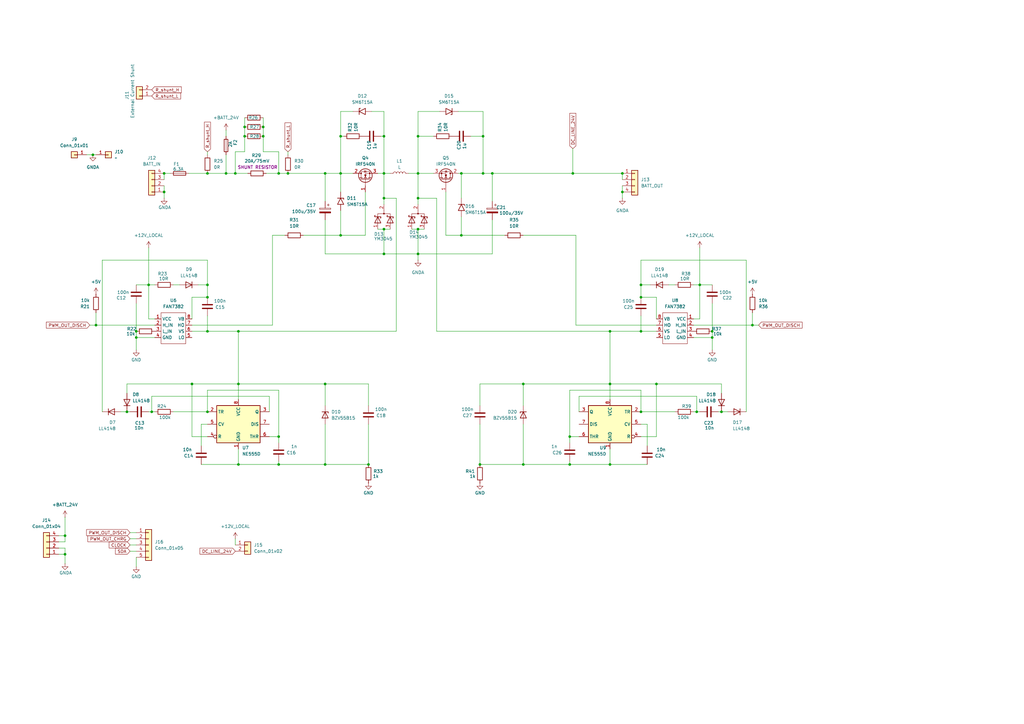
<source format=kicad_sch>
(kicad_sch (version 20231120) (generator "eeschema") (generator_version "8.0")
  (paper "A3")
  (junction (at 308.61 133.35))
  (junction (at 39.37 133.35))
  (junction (at 171.45 81.28))
  (junction (at 85.09 71.12))
  (junction (at 118.11 71.12))
  (junction (at 262.89 168.91))
  (junction (at 262.89 121.92))
  (junction (at 292.1 138.43))
  (junction (at 157.48 81.28))
  (junction (at 96.52 71.12))
  (junction (at 60.96 116.84))
  (junction (at 250.19 135.89))
  (junction (at -109.22 71.12))
  (junction (at 262.89 135.89))
  (junction (at 189.23 96.52))
  (junction (at 133.35 190.5))
  (junction (at 85.09 121.92))
  (junction (at 214.63 157.48))
  (junction (at 198.12 55.88))
  (junction (at 171.45 104.14))
  (junction (at 139.7 96.52))
  (junction (at -119.38 81.28))
  (junction (at 85.09 135.89))
  (junction (at -113.03 71.12))
  (junction (at -88.9 67.31))
  (junction (at -71.12 80.01))
  (junction (at 100.33 55.88))
  (junction (at -109.22 101.6))
  (junction (at 97.79 190.5))
  (junction (at 114.3 71.12))
  (junction (at -104.14 71.12))
  (junction (at 214.63 190.5))
  (junction (at 97.79 157.48))
  (junction (at 198.12 71.12))
  (junction (at 157.48 71.12))
  (junction (at 189.23 71.12))
  (junction (at 255.27 78.74))
  (junction (at -121.92 101.6))
  (junction (at 250.19 190.5))
  (junction (at -66.04 85.09))
  (junction (at 62.23 168.91))
  (junction (at 157.48 93.98))
  (junction (at -66.04 67.31))
  (junction (at 100.33 52.07))
  (junction (at 38.1 63.5))
  (junction (at 287.02 116.84))
  (junction (at 55.88 138.43))
  (junction (at 139.7 71.12))
  (junction (at 255.27 71.12))
  (junction (at 262.89 116.84))
  (junction (at 114.3 179.07))
  (junction (at 157.48 55.88))
  (junction (at 97.79 135.89))
  (junction (at 171.45 71.12))
  (junction (at 139.7 55.88))
  (junction (at 26.67 219.71))
  (junction (at 171.45 55.88))
  (junction (at 67.31 78.74))
  (junction (at 157.48 104.14))
  (junction (at 196.85 190.5))
  (junction (at -121.92 90.17))
  (junction (at 151.13 190.5))
  (junction (at 52.07 168.91))
  (junction (at 107.95 55.88))
  (junction (at -125.73 101.6))
  (junction (at 133.35 157.48))
  (junction (at 285.75 168.91))
  (junction (at 269.24 157.48))
  (junction (at 67.31 71.12))
  (junction (at -88.9 101.6))
  (junction (at -58.42 87.63))
  (junction (at 107.95 52.07))
  (junction (at -113.03 90.17))
  (junction (at 233.68 190.5))
  (junction (at -125.73 81.28))
  (junction (at 78.74 157.48))
  (junction (at 295.91 168.91))
  (junction (at -119.38 90.17))
  (junction (at 85.09 168.91))
  (junction (at 92.71 71.12))
  (junction (at 171.45 93.98))
  (junction (at 85.09 116.84))
  (junction (at 292.1 135.89))
  (junction (at 233.68 179.07))
  (junction (at 234.95 71.12))
  (junction (at 55.88 135.89))
  (junction (at 26.67 227.33))
  (junction (at 133.35 71.12))
  (junction (at 250.19 157.48))
  (junction (at 114.3 190.5))
  (junction (at 201.93 71.12))
  (wire (pts (xy 157.48 93.98) (xy 160.02 93.98)))
  (wire (pts (xy 234.95 60.96) (xy 234.95 71.12)))
  (wire (pts (xy 85.09 106.68) (xy 85.09 116.84)))
  (wire (pts (xy 97.79 157.48) (xy 78.74 157.48)))
  (wire (pts (xy 157.48 104.14) (xy 171.45 104.14)))
  (wire (pts (xy 157.48 55.88) (xy 157.48 71.12)))
  (wire (pts (xy 157.48 71.12) (xy 160.02 71.12)))
  (wire (pts (xy 201.93 104.14) (xy 201.93 90.17)))
  (wire (pts (xy 107.95 55.88) (xy 107.95 62.23)))
  (wire (pts (xy 171.45 104.14) (xy 171.45 93.98)))
  (wire (pts (xy 78.74 133.35) (xy 111.76 133.35)))
  (wire (pts (xy 189.23 88.9) (xy 189.23 96.52)))
  (wire (pts (xy 214.63 157.48) (xy 214.63 166.37)))
  (wire (pts (xy 100.33 55.88) (xy 100.33 62.23)))
  (wire (pts (xy 287.02 116.84) (xy 284.48 116.84)))
  (wire (pts (xy -125.73 81.28) (xy -119.38 81.28)))
  (wire (pts (xy 189.23 71.12) (xy 189.23 81.28)))
  (wire (pts (xy -99.06 81.28) (xy -99.06 87.63)))
  (wire (pts (xy 114.3 189.23) (xy 114.3 190.5)))
  (wire (pts (xy -101.6 77.47) (xy -101.6 71.12)))
  (wire (pts (xy 24.13 222.25) (xy 26.67 222.25)))
  (wire (pts (xy 154.94 93.98) (xy 157.48 93.98)))
  (wire (pts (xy 171.45 106.68) (xy 171.45 104.14)))
  (wire (pts (xy 168.91 93.98) (xy 171.45 93.98)))
  (wire (pts (xy 214.63 157.48) (xy 196.85 157.48)))
  (wire (pts (xy 85.09 62.23) (xy 85.09 63.5)))
  (wire (pts (xy 85.09 160.02) (xy 114.3 160.02)))
  (wire (pts (xy 189.23 96.52) (xy 207.01 96.52)))
  (wire (pts (xy 78.74 130.81) (xy 78.74 121.92)))
  (wire (pts (xy -135.89 71.12) (xy -129.54 71.12)))
  (wire (pts (xy 26.67 219.71) (xy 26.67 212.09)))
  (wire (pts (xy 97.79 157.48) (xy 97.79 163.83)))
  (wire (pts (xy 97.79 135.89) (xy 85.09 135.89)))
  (wire (pts (xy 114.3 160.02) (xy 114.3 179.07)))
  (wire (pts (xy 284.48 130.81) (xy 287.02 130.81)))
  (wire (pts (xy 63.5 130.81) (xy 60.96 130.81)))
  (wire (pts (xy -66.04 67.31) (xy -58.42 67.31)))
  (wire (pts (xy 308.61 128.27) (xy 308.61 133.35)))
  (wire (pts (xy 292.1 124.46) (xy 292.1 135.89)))
  (wire (pts (xy 96.52 62.23) (xy 100.33 62.23)))
  (wire (pts (xy 139.7 86.36) (xy 139.7 96.52)))
  (wire (pts (xy 250.19 184.15) (xy 250.19 190.5)))
  (wire (pts (xy 114.3 62.23) (xy 107.95 62.23)))
  (wire (pts (xy 276.86 116.84) (xy 274.32 116.84)))
  (wire (pts (xy 24.13 219.71) (xy 26.67 219.71)))
  (wire (pts (xy 171.45 55.88) (xy 177.8 55.88)))
  (wire (pts (xy 60.96 116.84) (xy 63.5 116.84)))
  (wire (pts (xy -78.74 80.01) (xy -71.12 80.01)))
  (wire (pts (xy 52.07 168.91) (xy 53.34 168.91)))
  (wire (pts (xy -121.92 90.17) (xy -119.38 90.17)))
  (wire (pts (xy 82.55 190.5) (xy 97.79 190.5)))
  (wire (pts (xy 311.15 133.35) (xy 308.61 133.35)))
  (wire (pts (xy 49.53 168.91) (xy 52.07 168.91)))
  (wire (pts (xy -125.73 104.14) (xy -125.73 101.6)))
  (wire (pts (xy -66.04 85.09) (xy -53.34 85.09)))
  (wire (pts (xy 171.45 81.28) (xy 179.07 81.28)))
  (wire (pts (xy 82.55 182.88) (xy 82.55 173.99)))
  (wire (pts (xy 198.12 45.72) (xy 198.12 55.88)))
  (wire (pts (xy 39.37 133.35) (xy 63.5 133.35)))
  (wire (pts (xy 62.23 162.56) (xy 62.23 168.91)))
  (wire (pts (xy 182.88 96.52) (xy 189.23 96.52)))
  (wire (pts (xy -121.92 101.6) (xy -109.22 101.6)))
  (wire (pts (xy 81.28 116.84) (xy 85.09 116.84)))
  (wire (pts (xy 41.91 168.91) (xy 41.91 106.68)))
  (wire (pts (xy 107.95 52.07) (xy 107.95 55.88)))
  (wire (pts (xy 276.86 168.91) (xy 262.89 168.91)))
  (wire (pts (xy 162.56 135.89) (xy 97.79 135.89)))
  (wire (pts (xy 139.7 71.12) (xy 139.7 78.74)))
  (wire (pts (xy 55.88 124.46) (xy 55.88 135.89)))
  (wire (pts (xy 295.91 157.48) (xy 269.24 157.48)))
  (wire (pts (xy 157.48 81.28) (xy 157.48 83.82)))
  (wire (pts (xy 92.71 53.34) (xy 92.71 55.88)))
  (wire (pts (xy -88.9 66.04) (xy -88.9 67.31)))
  (wire (pts (xy 157.48 71.12) (xy 157.48 81.28)))
  (wire (pts (xy 55.88 138.43) (xy 63.5 138.43)))
  (wire (pts (xy 198.12 71.12) (xy 201.93 71.12)))
  (wire (pts (xy 133.35 157.48) (xy 133.35 166.37)))
  (wire (pts (xy 250.19 190.5) (xy 233.68 190.5)))
  (wire (pts (xy 114.3 179.07) (xy 114.3 181.61)))
  (wire (pts (xy 285.75 162.56) (xy 285.75 168.91)))
  (wire (pts (xy -104.14 71.12) (xy -104.14 93.98)))
  (wire (pts (xy 167.64 71.12) (xy 171.45 71.12)))
  (wire (pts (xy 157.48 45.72) (xy 157.48 55.88)))
  (wire (pts (xy -125.73 101.6) (xy -121.92 101.6)))
  (wire (pts (xy 162.56 81.28) (xy 162.56 135.89)))
  (wire (pts (xy -109.22 71.12) (xy -113.03 71.12)))
  (wire (pts (xy 139.7 71.12) (xy 144.78 71.12)))
  (wire (pts (xy 114.3 71.12) (xy 109.22 71.12)))
  (wire (pts (xy 189.23 71.12) (xy 198.12 71.12)))
  (wire (pts (xy 265.43 173.99) (xy 262.89 173.99)))
  (wire (pts (xy 38.1 63.5) (xy 35.56 63.5)))
  (wire (pts (xy 269.24 179.07) (xy 262.89 179.07)))
  (wire (pts (xy 82.55 173.99) (xy 85.09 173.99)))
  (wire (pts (xy 306.07 168.91) (xy 306.07 106.68)))
  (wire (pts (xy 179.07 81.28) (xy 179.07 135.89)))
  (wire (pts (xy 55.88 223.52) (xy 53.34 223.52)))
  (wire (pts (xy -119.38 90.17) (xy -113.03 90.17)))
  (wire (pts (xy -121.92 90.17) (xy -121.92 93.98)))
  (wire (pts (xy 250.19 135.89) (xy 250.19 157.48)))
  (wire (pts (xy -104.14 71.12) (xy -109.22 71.12)))
  (wire (pts (xy 233.68 179.07) (xy 237.49 179.07)))
  (wire (pts (xy 85.09 168.91) (xy 85.09 160.02)))
  (wire (pts (xy 236.22 133.35) (xy 236.22 96.52)))
  (wire (pts (xy 55.88 232.41) (xy 55.88 228.6)))
  (wire (pts (xy -78.74 85.09) (xy -66.04 85.09)))
  (polyline (pts (xy -163.195 53.34) (xy -34.29 53.34)))
  (wire (pts (xy 171.45 55.88) (xy 171.45 71.12)))
  (wire (pts (xy 55.88 138.43) (xy 55.88 143.51)))
  (wire (pts (xy 295.91 168.91) (xy 294.64 168.91)))
  (wire (pts (xy 154.94 71.12) (xy 157.48 71.12)))
  (wire (pts (xy 139.7 55.88) (xy 140.97 55.88)))
  (wire (pts (xy 292.1 138.43) (xy 284.48 138.43)))
  (wire (pts (xy 118.11 71.12) (xy 133.35 71.12)))
  (wire (pts (xy 55.88 135.89) (xy 55.88 138.43)))
  (wire (pts (xy 306.07 106.68) (xy 262.89 106.68)))
  (wire (pts (xy 71.12 116.84) (xy 73.66 116.84)))
  (wire (pts (xy 133.35 71.12) (xy 133.35 82.55)))
  (wire (pts (xy 96.52 220.98) (xy 96.52 223.52)))
  (wire (pts (xy 55.88 218.44) (xy 53.34 218.44)))
  (wire (pts (xy 111.76 96.52) (xy 116.84 96.52)))
  (wire (pts (xy 39.37 63.5) (xy 38.1 63.5)))
  (wire (pts (xy 52.07 161.29) (xy 52.07 157.48)))
  (wire (pts (xy -66.04 81.28) (xy -66.04 85.09)))
  (wire (pts (xy 152.4 45.72) (xy 157.48 45.72)))
  (wire (pts (xy 233.68 179.07) (xy 233.68 181.61)))
  (wire (pts (xy -128.27 90.17) (xy -121.92 90.17)))
  (wire (pts (xy 139.7 96.52) (xy 149.86 96.52)))
  (wire (pts (xy 266.7 116.84) (xy 262.89 116.84)))
  (wire (pts (xy 110.49 168.91) (xy 110.49 162.56)))
  (wire (pts (xy 295.91 161.29) (xy 295.91 157.48)))
  (wire (pts (xy 287.02 168.91) (xy 285.75 168.91)))
  (wire (pts (xy 67.31 71.12) (xy 69.85 71.12)))
  (wire (pts (xy 156.21 55.88) (xy 157.48 55.88)))
  (wire (pts (xy 78.74 179.07) (xy 85.09 179.07)))
  (wire (pts (xy 171.45 93.98) (xy 173.99 93.98)))
  (wire (pts (xy 114.3 179.07) (xy 110.49 179.07)))
  (wire (pts (xy 214.63 190.5) (xy 196.85 190.5)))
  (wire (pts (xy 133.35 104.14) (xy 133.35 90.17)))
  (wire (pts (xy 157.48 93.98) (xy 157.48 104.14)))
  (wire (pts (xy -113.03 78.74) (xy -113.03 90.17)))
  (wire (pts (xy 214.63 96.52) (xy 236.22 96.52)))
  (wire (pts (xy 196.85 190.5) (xy 196.85 173.99)))
  (wire (pts (xy 62.23 168.91) (xy 63.5 168.91)))
  (wire (pts (xy 97.79 190.5) (xy 114.3 190.5)))
  (wire (pts (xy 55.88 116.84) (xy 60.96 116.84)))
  (wire (pts (xy 171.45 55.88) (xy 171.45 45.72)))
  (wire (pts (xy 171.45 71.12) (xy 177.8 71.12)))
  (wire (pts (xy 269.24 121.92) (xy 262.89 121.92)))
  (wire (pts (xy 67.31 76.2) (xy 67.31 78.74)))
  (wire (pts (xy 133.35 104.14) (xy 157.48 104.14)))
  (wire (pts (xy 308.61 133.35) (xy 284.48 133.35)))
  (wire (pts (xy 60.96 130.81) (xy 60.96 116.84)))
  (wire (pts (xy -88.9 101.6) (xy -88.9 107.95)))
  (wire (pts (xy 78.74 157.48) (xy 78.74 179.07)))
  (wire (pts (xy 133.35 157.48) (xy 151.13 157.48)))
  (wire (pts (xy -109.22 101.6) (xy -104.14 101.6)))
  (wire (pts (xy 250.19 157.48) (xy 250.19 163.83)))
  (wire (pts (xy 100.33 48.26) (xy 100.33 52.07)))
  (wire (pts (xy -128.27 81.28) (xy -125.73 81.28)))
  (wire (pts (xy 287.02 130.81) (xy 287.02 116.84)))
  (wire (pts (xy 193.04 55.88) (xy 198.12 55.88)))
  (wire (pts (xy 85.09 116.84) (xy 85.09 121.92)))
  (wire (pts (xy 171.45 81.28) (xy 171.45 83.82)))
  (wire (pts (xy 234.95 71.12) (xy 255.27 71.12)))
  (wire (pts (xy 107.95 48.26) (xy 107.95 52.07)))
  (wire (pts (xy 55.88 220.98) (xy 53.34 220.98)))
  (wire (pts (xy -147.32 90.17) (xy -135.89 90.17)))
  (wire (pts (xy -78.74 87.63) (xy -58.42 87.63)))
  (wire (pts (xy 26.67 222.25) (xy 26.67 219.71)))
  (wire (pts (xy 171.45 104.14) (xy 201.93 104.14)))
  (wire (pts (xy 124.46 96.52) (xy 139.7 96.52)))
  (wire (pts (xy 24.13 224.79) (xy 26.67 224.79)))
  (wire (pts (xy -88.9 67.31) (xy -66.04 67.31)))
  (wire (pts (xy -58.42 87.63) (xy -53.34 87.63)))
  (wire (pts (xy 262.89 129.54) (xy 262.89 135.89)))
  (wire (pts (xy 52.07 157.48) (xy 78.74 157.48)))
  (wire (pts (xy 36.83 133.35) (xy 39.37 133.35)))
  (wire (pts (xy 198.12 55.88) (xy 198.12 71.12)))
  (wire (pts (xy 71.12 168.91) (xy 85.09 168.91)))
  (wire (pts (xy -119.38 81.28) (xy -99.06 81.28)))
  (wire (pts (xy -147.32 81.28) (xy -135.89 81.28)))
  (wire (pts (xy 92.71 71.12) (xy 96.52 71.12)))
  (wire (pts (xy 187.96 45.72) (xy 198.12 45.72)))
  (wire (pts (xy -71.12 77.47) (xy -78.74 77.47)))
  (wire (pts (xy 262.89 135.89) (xy 269.24 135.89)))
  (wire (pts (xy 262.89 168.91) (xy 262.89 160.02)))
  (wire (pts (xy 214.63 190.5) (xy 214.63 173.99)))
  (wire (pts (xy 201.93 71.12) (xy 201.93 82.55)))
  (wire (pts (xy 97.79 157.48) (xy 133.35 157.48)))
  (wire (pts (xy -109.22 71.12) (xy -109.22 93.98)))
  (wire (pts (xy 233.68 190.5) (xy 214.63 190.5)))
  (wire (pts (xy 179.07 135.89) (xy 250.19 135.89)))
  (wire (pts (xy 187.96 71.12) (xy 189.23 71.12)))
  (wire (pts (xy 114.3 190.5) (xy 133.35 190.5)))
  (wire (pts (xy 133.35 190.5) (xy 133.35 173.99)))
  (wire (pts (xy -88.9 101.6) (xy -71.12 101.6)))
  (wire (pts (xy 26.67 227.33) (xy 26.67 231.14)))
  (wire (pts (xy 151.13 190.5) (xy 151.13 173.99)))
  (wire (pts (xy 262.89 106.68) (xy 262.89 116.84)))
  (wire (pts (xy 26.67 224.79) (xy 26.67 227.33)))
  (wire (pts (xy 233.68 189.23) (xy 233.68 190.5)))
  (wire (pts (xy 96.52 71.12) (xy 101.6 71.12)))
  (wire (pts (xy 265.43 190.5) (xy 250.19 190.5)))
  (wire (pts (xy 97.79 135.89) (xy 97.79 157.48)))
  (wire (pts (xy 110.49 162.56) (xy 62.23 162.56)))
  (wire (pts (xy -58.42 67.31) (xy -58.42 73.66)))
  (wire (pts (xy 78.74 121.92) (xy 85.09 121.92)))
  (wire (pts (xy -66.04 67.31) (xy -66.04 73.66)))
  (wire (pts (xy 92.71 63.5) (xy 92.71 71.12)))
  (wire (pts (xy 118.11 62.23) (xy 118.11 63.5)))
  (wire (pts (xy 182.88 78.74) (xy 182.88 96.52)))
  (wire (pts (xy 60.96 168.91) (xy 62.23 168.91)))
  (wire (pts (xy 157.48 81.28) (xy 162.56 81.28)))
  (wire (pts (xy 171.45 71.12) (xy 171.45 81.28)))
  (wire (pts (xy 265.43 182.88) (xy 265.43 173.99)))
  (wire (pts (xy 85.09 135.89) (xy 78.74 135.89)))
  (wire (pts (xy 196.85 157.48) (xy 196.85 166.37)))
  (wire (pts (xy 96.52 71.12) (xy 96.52 62.23)))
  (wire (pts (xy 149.86 78.74) (xy 149.86 96.52)))
  (wire (pts (xy 292.1 135.89) (xy 292.1 138.43)))
  (wire (pts (xy 111.76 133.35) (xy 111.76 96.52)))
  (wire (pts (xy 255.27 71.12) (xy 255.27 73.66)))
  (wire (pts (xy 262.89 160.02) (xy 233.68 160.02)))
  (wire (pts (xy -71.12 101.6) (xy -71.12 80.01)))
  (wire (pts (xy 171.45 45.72) (xy 180.34 45.72)))
  (wire (pts (xy 118.11 71.12) (xy 114.3 71.12)))
  (wire (pts (xy 233.68 160.02) (xy 233.68 179.07)))
  (wire (pts (xy -71.12 80.01) (xy -71.12 77.47)))
  (wire (pts (xy 237.49 168.91) (xy 237.49 162.56)))
  (wire (pts (xy 85.09 71.12) (xy 92.71 71.12)))
  (wire (pts (xy 67.31 78.74) (xy 67.31 81.28)))
  (wire (pts (xy 114.3 71.12) (xy 114.3 62.23)))
  (wire (pts (xy 100.33 52.07) (xy 100.33 55.88)))
  (wire (pts (xy 237.49 162.56) (xy 285.75 162.56)))
  (wire (pts (xy -121.92 71.12) (xy -113.03 71.12)))
  (wire (pts (xy 250.19 157.48) (xy 269.24 157.48)))
  (wire (pts (xy 285.75 168.91) (xy 284.48 168.91)))
  (wire (pts (xy 60.96 116.84) (xy 60.96 101.6)))
  (wire (pts (xy 292.1 138.43) (xy 292.1 143.51)))
  (wire (pts (xy 133.35 190.5) (xy 151.13 190.5)))
  (wire (pts (xy 250.19 157.48) (xy 214.63 157.48)))
  (wire (pts (xy -113.03 90.17) (xy -99.06 90.17)))
  (wire (pts (xy 139.7 55.88) (xy 139.7 45.72)))
  (wire (pts (xy 133.35 71.12) (xy 139.7 71.12)))
  (wire (pts (xy -88.9 97.79) (xy -88.9 101.6)))
  (wire (pts (xy 255.27 76.2) (xy 255.27 78.74)))
  (wire (pts (xy 139.7 45.72) (xy 144.78 45.72)))
  (wire (pts (xy 151.13 157.48) (xy 151.13 166.37)))
  (wire (pts (xy -101.6 71.12) (xy -104.14 71.12)))
  (wire (pts (xy 269.24 130.81) (xy 269.24 121.92)))
  (wire (pts (xy -58.42 81.28) (xy -58.42 87.63)))
  (wire (pts (xy -119.38 81.28) (xy -119.38 82.55)))
  (wire (pts (xy 292.1 116.84) (xy 287.02 116.84)))
  (wire (pts (xy 255.27 78.74) (xy 255.27 81.28)))
  (wire (pts (xy 250.19 135.89) (xy 262.89 135.89)))
  (wire (pts (xy -99.06 77.47) (xy -101.6 77.47)))
  (wire (pts (xy 55.88 226.06) (xy 53.34 226.06)))
  (wire (pts (xy -88.9 67.31) (xy -88.9 72.39)))
  (wire (pts (xy 67.31 71.12) (xy 67.31 73.66)))
  (wire (pts (xy 262.89 116.84) (xy 262.89 121.92)))
  (wire (pts (xy -125.73 81.28) (xy -125.73 93.98)))
  (wire (pts (xy 85.09 129.54) (xy 85.09 135.89)))
  (wire (pts (xy 24.13 227.33) (xy 26.67 227.33)))
  (wire (pts (xy 298.45 168.91) (xy 295.91 168.91)))
  (wire (pts (xy 287.02 116.84) (xy 287.02 101.6)))
  (wire (pts (xy 269.24 157.48) (xy 269.24 179.07)))
  (wire (pts (xy 97.79 184.15) (xy 97.79 190.5)))
  (wire (pts (xy 139.7 55.88) (xy 139.7 71.12)))
  (wire (pts (xy 41.91 106.68) (xy 85.09 106.68)))
  (wire (pts (xy 77.47 71.12) (xy 85.09 71.12)))
  (wire (pts (xy 39.37 128.27) (xy 39.37 133.35)))
  (wire (pts (xy 201.93 71.12) (xy 234.95 71.12)))
  (wire (pts (xy 269.24 133.35) (xy 236.22 133.35)))
  (rectangle (start -163.195 41.275) (end -34.29 120.015))
  (text "INA226\n" (at -151.13 48.26 0) (effects (font (size 3 3) (thickness 0.8) (bold yes))))
  (global_label "R_shunt_L" (shape input) (at 62.23 39.37 0) (property "Intersheetrefs" "${INTERSHEET_REFS}" (effects (hide yes))))
  (global_label "SDA" (shape input) (at -53.34 85.09 0) (property "Intersheetrefs" "${INTERSHEET_REFS}" (effects (hide yes))))
  (global_label "DC_LINE_24V" (shape input) (at 96.52 226.06 180) (property "Intersheetrefs" "${INTERSHEET_REFS}" (effects (hide yes))))
  (global_label "PWM_OUT_DISCH" (shape input) (at 53.34 218.44 180) (property "Intersheetrefs" "${INTERSHEET_REFS}" (effects (hide yes))))
  (global_label "PWM_OUT_DISCH" (shape input) (at 311.15 133.35 0) (property "Intersheetrefs" "${INTERSHEET_REFS}" (effects (hide yes))))
  (global_label "R_shunt_L" (shape input) (at 118.11 62.23 90) (property "Intersheetrefs" "${INTERSHEET_REFS}" (effects (hide yes))))
  (global_label "CLOCK" (shape input) (at 53.34 223.52 180) (property "Intersheetrefs" "${INTERSHEET_REFS}" (effects (hide yes))))
  (global_label "R_shunt_H" (shape input) (at 62.23 36.83 0) (property "Intersheetrefs" "${INTERSHEET_REFS}" (effects (hide yes))))
  (global_label "CLOCK" (shape input) (at -53.34 87.63 0) (property "Intersheetrefs" "${INTERSHEET_REFS}" (effects (hide yes))))
  (global_label "SDA" (shape input) (at 53.34 226.06 180) (property "Intersheetrefs" "${INTERSHEET_REFS}" (effects (hide yes))))
  (global_label "PWM_OUT_DISCH" (shape input) (at 36.83 133.35 180) (property "Intersheetrefs" "${INTERSHEET_REFS}" (effects (hide yes))))
  (global_label "PWM_OUT_CHRG" (shape input) (at 53.34 220.98 180) (property "Intersheetrefs" "${INTERSHEET_REFS}" (effects (hide yes))))
  (global_label "R_shunt_H" (shape input) (at -147.32 90.17 180) (property "Intersheetrefs" "${INTERSHEET_REFS}" (effects (hide yes))))
  (global_label "DC_LINE_24V" (shape input) (at 234.95 60.96 90) (property "Intersheetrefs" "${INTERSHEET_REFS}" (effects (hide yes))))
  (global_label "VOLTAGE_BATT_24V_3W" (shape input) (at -135.89 71.12 180) (property "Intersheetrefs" "${INTERSHEET_REFS}" (effects (hide yes))))
  (global_label "R_shunt_H" (shape input) (at 85.09 62.23 90) (property "Intersheetrefs" "${INTERSHEET_REFS}" (effects (hide yes))))
  (global_label "R_shunt_L" (shape input) (at -147.32 81.28 180) (property "Intersheetrefs" "${INTERSHEET_REFS}" (effects (hide yes))))
  (symbol (lib_id "Device:C") (at -109.22 97.79 0) (unit 1)
    (property "Reference" "C29" (at -116.586 97.028 0) (effects (justify left)))
    (property "Value" "100n" (at -57.658 102.87 0) (effects (justify left)))
    (property "Footprint" "Resistor_SMD:R_0805_2012Metric_Pad1.20x1.40mm_HandSolder" (effects (hide yes)))
    (property "Description" "Unpolarized capacitor" (effects (hide yes)))
  )
  (symbol (lib_id "Device:C") (at -52.07 109.22 0) (unit 1)
    (property "Reference" "C30" (at -57.658 107.95 0) (effects (justify left)))
    (property "Value" "100n" (at -57.658 110.49 0) (effects (justify left)))
    (property "Footprint" "Resistor_SMD:R_0805_2012Metric_Pad1.20x1.40mm_HandSolder" (effects (hide yes)))
    (property "Description" "Unpolarized capacitor" (effects (hide yes)))
  )
  (symbol (lib_id "Device:R") (at -125.73 71.12 90) (unit 1)
    (property "Reference" "R43" (at -125.73 65.9595 90))
    (property "Value" "10R" (at -125.73 68.3838 90))
    (property "Footprint" "Resistor_SMD:R_0805_2012Metric_Pad1.20x1.40mm_HandSolder" (effects (hide yes)))
    (property "Description" "Resistor" (effects (hide yes)))
  )
  (symbol (lib_id "Device:R") (at 67.31 168.91 270) (unit 1)
    (property "Reference" "R24" (at 68.326 166.624 90) (effects (justify right)))
    (property "Value" "100k" (at 70.104 171.196 90) (effects (justify right)))
    (property "Footprint" "Resistor_SMD:R_0805_2012Metric" (effects (hide yes)))
    (property "Description" "Resistor" (effects (hide yes)))
  )
  (symbol (lib_id "Device:R") (at 118.11 67.31 180) (unit 1)
    (property "Reference" "R30" (at 120.65 66.0399 0) (effects (justify right)))
    (property "Value" "0R" (at 120.65 68.5799 0) (effects (justify right)))
    (property "Footprint" "Resistor_SMD:R_0805_2012Metric" (effects (hide yes)))
    (property "Description" "Resistor" (effects (hide yes)))
  )
  (symbol (lib_id "Device:C") (at 114.3 185.42 180) (unit 1)
    (property "Reference" "C16" (at 121.412 185.674 0) (effects (justify left)))
    (property "Value" "1n" (at 121.92 183.134 0) (effects (justify left)))
    (property "Footprint" "Capacitor_SMD:C_0805_2012Metric_Pad1.18x1.45mm_HandSolder" (effects (hide yes)))
    (property "Description" "Unpolarized capacitor" (effects (hide yes)))
  )
  (symbol (lib_id "Device:R") (at -58.42 77.47 0) (unit 1)
    (property "Reference" "R46" (at -55.88 76.1999 0) (effects (justify left)))
    (property "Value" "10k" (at -55.88 78.7399 0) (effects (justify left)))
    (property "Footprint" "Resistor_SMD:R_0805_2012Metric_Pad1.20x1.40mm_HandSolder" (effects (hide yes)))
    (property "Description" "Resistor" (effects (hide yes)))
  )
  (symbol (lib_id "Diode:LL4148") (at 77.47 116.84 180) (unit 1)
    (property "Reference" "D9" (at 77.47 110.49 0))
    (property "Value" "LL4148" (at 77.47 113.03 0))
    (property "Footprint" "Diode_SMD:D_MiniMELF" (effects (hide yes)))
    (property "Datasheet" "http://www.vishay.com/docs/85557/ll4148.pdf" (effects (hide yes)))
    (property "Description" "100V 0.15A standard switching diode, MiniMELF" (effects (hide yes)))
    (property "Sim.Device" "D" (effects (hide yes)))
    (property "Sim.Pins" "1=K 2=A" (effects (hide yes)))
  )
  (symbol (lib_id "Device:R") (at 196.85 194.31 0) (mirror x) (unit 1)
    (property "Reference" "R41" (at 194.818 193.294 0) (effects (justify right)))
    (property "Value" "1k" (at 195.072 195.326 0) (effects (justify right)))
    (property "Footprint" "Resistor_SMD:R_0805_2012Metric" (effects (hide yes)))
    (property "Description" "Resistor" (effects (hide yes)))
  )
  (symbol (lib_id "Device:C") (at 85.09 125.73 180) (unit 1)
    (property "Reference" "C15" (at 92.202 125.984 0) (effects (justify left)))
    (property "Value" "100n" (at 92.71 123.444 0) (effects (justify left)))
    (property "Footprint" "Capacitor_SMD:C_0805_2012Metric_Pad1.18x1.45mm_HandSolder" (effects (hide yes)))
    (property "Description" "Unpolarized capacitor" (effects (hide yes)))
  )
  (symbol (lib_id "Device:R") (at 85.09 67.31 180) (unit 1)
    (property "Reference" "R25" (at 87.63 66.0399 0) (effects (justify right)))
    (property "Value" "0R" (at 87.63 68.5799 0) (effects (justify right)))
    (property "Footprint" "Resistor_SMD:R_0805_2012Metric" (effects (hide yes)))
    (property "Description" "Resistor" (effects (hide yes)))
  )
  (symbol (lib_id "Device:C") (at 196.85 170.18 0) (mirror x) (unit 1)
    (property "Reference" "C27" (at 189.738 170.434 0) (effects (justify left)))
    (property "Value" "100n" (at 189.23 167.894 0) (effects (justify left)))
    (property "Footprint" "Capacitor_SMD:C_0805_2012Metric_Pad1.18x1.45mm_HandSolder" (effects (hide yes)))
    (property "Description" "Unpolarized capacitor" (effects (hide yes)))
  )
  (symbol (lib_id "Device:R") (at 288.29 135.89 270) (mirror x) (unit 1)
    (property "Reference" "R37" (at 295.91 134.874 90) (effects (justify right)))
    (property "Value" "10k" (at 296.164 136.906 90) (effects (justify right)))
    (property "Footprint" "Resistor_SMD:R_0805_2012Metric" (effects (hide yes)))
    (property "Description" "Resistor" (effects (hide yes)))
  )
  (symbol (lib_id "power:GND") (at -52.07 113.03 0) (unit 1)
    (property "Reference" "#PWR063" (effects (hide yes)))
    (property "Value" "GND" (at -52.07 118.11 0))
    (property "Description" "Power symbol creates a global label with name \"GND\" , ground" (effects (hide yes)))
  )
  (symbol (lib_id "power:+5V") (at 287.02 101.6 0) (mirror y) (unit 1)
    (property "Reference" "#PWR057" (effects (hide yes)))
    (property "Value" "+12V_LOCAL" (at 287.02 96.52 0))
    (property "Description" "Power symbol creates a global label with name \"+5V\"" (effects (hide yes)))
  )
  (symbol (lib_id "My-Lib:FAN7382") (at 71.12 134.62 0) (unit 1)
    (property "Reference" "U6" (at 71.12 123.19 0))
    (property "Value" "FAN7382" (at 71.12 125.73 0))
    (property "Footprint" "Package_DIP:DIP-8_W10.16mm_LongPads" (effects (hide yes)))
    (property "Description" "High-Side and Low-Side Gate Driver" (effects (hide yes)))
  )
  (symbol (lib_id "Device:D_Schottky_Dual_CommonCathode_AKA_Parallel") (at 171.45 88.9 90) (unit 1)
    (property "Reference" "D14" (at 167.894 95.25 90) (effects (justify right)))
    (property "Value" "YM3045" (at 167.894 97.1551 90) (effects (justify right)))
    (property "Footprint" "My-Footprints:TO-220-3_V_Thick_Pads" (effects (hide yes)))
    (property "Description" "Dual Schottky diode, common anode on pin 1" (effects (hide yes)))
  )
  (symbol (lib_id "Device:R") (at 104.14 52.07 90) (unit 1)
    (property "Reference" "R27" (at 104.394 52.07 90))
    (property "Value" "20A/75mV" (effects (hide yes)))
    (property "Footprint" "Resistor_THT:R_Axial_DIN0309_L9.0mm_D3.2mm_P20.32mm_Horizontal" (effects (hide yes)))
    (property "Description" "SHUNT RESISTOR" (effects (hide yes)))
  )
  (symbol (lib_id "Connector_Generic:Conn_01x04") (at 260.35 73.66 0) (unit 1)
    (property "Reference" "J13" (at 262.89 73.6599 0) (effects (justify left)))
    (property "Value" "BATT_OUT" (at 262.89 76.1999 0) (effects (justify left)))
    (property "Footprint" "My-Footprints-connectors:Flat-6,3mm-connector-4P" (effects (hide yes)))
    (property "Description" "Generic connector, single row, 01x04, script generated (kicad-library-utils/schlib/autogen/connector/)" (effects (hide yes)))
  )
  (symbol (lib_id "Device:C") (at 265.43 186.69 180) (unit 1)
    (property "Reference" "C24" (at 272.542 186.944 0) (effects (justify left)))
    (property "Value" "10n" (at 273.05 184.404 0) (effects (justify left)))
    (property "Footprint" "Capacitor_SMD:C_0805_2012Metric_Pad1.18x1.45mm_HandSolder" (effects (hide yes)))
    (property "Description" "Unpolarized capacitor" (effects (hide yes)))
  )
  (symbol (lib_id "Diode:LL4148") (at 45.72 168.91 0) (unit 1)
    (property "Reference" "D7" (at 47.498 173.228 0) (effects (justify right)))
    (property "Value" "LL4148" (at 47.498 175.768 0) (effects (justify right)))
    (property "Footprint" "Diode_SMD:D_MiniMELF" (effects (hide yes)))
    (property "Datasheet" "http://www.vishay.com/docs/85557/ll4148.pdf" (effects (hide yes)))
    (property "Description" "100V 0.15A standard switching diode, MiniMELF" (effects (hide yes)))
    (property "Sim.Device" "D" (effects (hide yes)))
    (property "Sim.Pins" "1=K 2=A" (effects (hide yes)))
  )
  (symbol (lib_id "Device:R") (at 39.37 124.46 0) (unit 1)
    (property "Reference" "R21" (at 36.83 125.7301 0) (effects (justify right)))
    (property "Value" "10k" (at 36.83 123.1901 0) (effects (justify right)))
    (property "Footprint" "Resistor_SMD:R_0805_2012Metric" (effects (hide yes)))
    (property "Description" "Resistor" (effects (hide yes)))
  )
  (symbol (lib_id "Device:C") (at 233.68 185.42 0) (mirror x) (unit 1)
    (property "Reference" "C26" (at 226.568 185.674 0) (effects (justify left)))
    (property "Value" "1n" (at 226.06 183.134 0) (effects (justify left)))
    (property "Footprint" "Capacitor_SMD:C_0805_2012Metric_Pad1.18x1.45mm_HandSolder" (effects (hide yes)))
    (property "Description" "Unpolarized capacitor" (effects (hide yes)))
  )
  (symbol (lib_id "Diode:PTVS5V0Z1USK") (at -104.14 97.79 90) (mirror x) (unit 1)
    (property "Reference" "D23" (at -102.616 95.758 90) (effects (justify right)))
    (property "Value" "PTVS5V0Z1USK" (effects (hide yes)))
    (property "Footprint" "Diode_SMD:D_SOD-123" (effects (hide yes)))
    (property "Datasheet" "https://assets.nexperia.com/documents/data-sheet/PTVS5V0Z1USK.pdf" (effects (hide yes)))
    (property "Description" "5V, 1200W TVS unidirectional diode, DSN1608-2" (effects (hide yes)))
  )
  (symbol (lib_id "Device:R") (at 181.61 55.88 90) (mirror x) (unit 1)
    (property "Reference" "R34" (at 180.3978 54.102 0) (effects (justify right)))
    (property "Value" "10R" (at 182.8221 54.102 0) (effects (justify right)))
    (property "Footprint" "Resistor_THT:R_Axial_DIN0204_L3.6mm_D1.6mm_P7.62mm_Horizontal" (effects (hide yes)))
    (property "Description" "Resistor" (effects (hide yes)))
  )
  (symbol (lib_id "power:GNDA") (at 255.27 81.28 0) (unit 1)
    (property "Reference" "#PWR056" (effects (hide yes)))
    (property "Value" "GNDA" (at 255.27 86.36 0))
    (property "Description" "Power symbol creates a global label with name \"GNDA\" , analog ground" (effects (hide yes)))
  )
  (symbol (lib_id "Connector_Generic:Conn_01x02") (at 57.15 39.37 180) (unit 1)
    (property "Reference" "J11" (at 52.07 40.894 90) (effects (justify right)))
    (property "Value" "External Current Shunt" (at 54.356 48.514 90) (effects (justify right)))
    (property "Footprint" "Connector_Hirose:Hirose_DF63M-2P-3.96DSA_1x02_P3.96mm_Vertical" (effects (hide yes)))
    (property "Description" "Generic connector, single row, 01x02, script generated (kicad-library-utils/schlib/autogen/connector/)" (effects (hide yes)))
  )
  (symbol (lib_id "Device:R") (at 105.41 71.12 90) (unit 1)
    (property "Reference" "R29" (at 105.156 63.754 90))
    (property "Value" "20A/75mV" (at 105.41 66.04 90))
    (property "Footprint" "My-Footprints:Resistor-Power-5W-L22-W10" (effects (hide yes)))
    (property "Description" "SHUNT RESISTOR" (at 105.664 68.58 90))
  )
  (symbol (lib_id "power:+5V") (at -88.9 66.04 0) (unit 1)
    (property "Reference" "#PWR060" (effects (hide yes)))
    (property "Value" "+5V" (at -88.9 60.96 0))
    (property "Description" "Power symbol creates a global label with name \"+5V\"" (effects (hide yes)))
  )
  (symbol (lib_id "Diode:SM6T15A") (at 184.15 45.72 180) (unit 1)
    (property "Reference" "D15" (at 184.15 39.37 0))
    (property "Value" "SM6T15A" (at 184.15 41.91 0))
    (property "Footprint" "Diode_SMD:D_SMB" (effects (hide yes)))
    (property "Datasheet" "https://www.st.com/resource/en/datasheet/sm6t.pdf" (effects (hide yes)))
    (property "Description" "600W unidirectional Transil Transient Voltage Suppressor, 15Vrwm, DO-214AA" (effects (hide yes)))
  )
  (symbol (lib_id "Device:R") (at 210.82 96.52 270) (mirror x) (unit 1)
    (property "Reference" "R35" (at 210.82 90.17 90))
    (property "Value" "10R" (at 210.82 92.71 90))
    (property "Footprint" "Resistor_SMD:R_0805_2012Metric" (effects (hide yes)))
    (property "Description" "Resistor" (effects (hide yes)))
  )
  (symbol (lib_id "power:GND") (at 292.1 143.51 0) (mirror y) (unit 1)
    (property "Reference" "#PWR055" (effects (hide yes)))
    (property "Value" "GND" (at 292.1 147.574 0))
    (property "Description" "Power symbol creates a global label with name \"GND\" , ground" (effects (hide yes)))
  )
  (symbol (lib_id "Connector_Generic:Conn_01x01") (at 30.48 63.5 180) (unit 1)
    (property "Reference" "J9" (at 30.48 57.15 0))
    (property "Value" "Conn_01x01" (at 30.48 59.69 0))
    (property "Footprint" "Connector_Wire:SolderWire-1.5sqmm_1x01_D1.7mm_OD3.9mm" (effects (hide yes)))
    (property "Description" "Generic connector, single row, 01x01, script generated (kicad-library-utils/schlib/autogen/connector/)" (effects (hide yes)))
  )
  (symbol (lib_id "Device:R") (at 104.14 55.88 90) (unit 1)
    (property "Reference" "R28" (at 104.394 55.88 90))
    (property "Value" "20A/75mV" (effects (hide yes)))
    (property "Footprint" "Resistor_THT:R_Axial_DIN0309_L9.0mm_D3.2mm_P20.32mm_Horizontal" (effects (hide yes)))
    (property "Description" "SHUNT RESISTOR" (effects (hide yes)))
  )
  (symbol (lib_id "Device:C") (at 189.23 55.88 90) (unit 1)
    (property "Reference" "C20" (at 188.214 61.468 0) (effects (justify left)))
    (property "Value" "1u" (at 190.5 61.214 0) (effects (justify left)))
    (property "Footprint" "Capacitor_THT:C_Disc_D5.0mm_W2.5mm_P2.50mm" (effects (hide yes)))
    (property "Description" "Unpolarized capacitor" (effects (hide yes)))
  )
  (symbol (lib_id "Device:C") (at 82.55 186.69 0) (mirror x) (unit 1)
    (property "Reference" "C14" (at 75.438 186.944 0) (effects (justify left)))
    (property "Value" "10n" (at 74.93 184.404 0) (effects (justify left)))
    (property "Footprint" "Capacitor_SMD:C_0805_2012Metric_Pad1.18x1.45mm_HandSolder" (effects (hide yes)))
    (property "Description" "Unpolarized capacitor" (effects (hide yes)))
  )
  (symbol (lib_id "Device:C_Polarized") (at 201.93 86.36 0) (mirror y) (unit 1)
    (property "Reference" "C21" (at 207.518 85.09 0) (effects (justify left)))
    (property "Value" "100u/35V" (at 214.63 87.376 0) (effects (justify left)))
    (property "Footprint" "Capacitor_THT:CP_Radial_D8.0mm_P3.50mm" (effects (hide yes)))
    (property "Description" "Polarized capacitor" (effects (hide yes)))
  )
  (symbol (lib_id "Diode:SM6T15A") (at 189.23 85.09 270) (unit 1)
    (property "Reference" "D16" (at 190.754 84.582 90) (effects (justify left)))
    (property "Value" "SM6T15A" (at 190.754 87.122 90) (effects (justify left)))
    (property "Footprint" "Diode_SMD:D_SMB" (effects (hide yes)))
    (property "Datasheet" "https://www.st.com/resource/en/datasheet/sm6t.pdf" (effects (hide yes)))
    (property "Description" "600W unidirectional Transil Transient Voltage Suppressor, 15Vrwm, DO-214AA" (effects (hide yes)))
  )
  (symbol (lib_id "Connector_Generic:Conn_01x01") (at 44.45 63.5 0) (unit 1)
    (property "Reference" "J10" (at 46.99 62.2299 0) (effects (justify left)))
    (property "Value" "~" (at 46.99 64.7699 0) (effects (justify left)))
    (property "Footprint" "Connector_Wire:SolderWire-1.5sqmm_1x01_D1.7mm_OD3.9mm" (effects (hide yes)))
    (property "Description" "Generic connector, single row, 01x01, script generated (kicad-library-utils/schlib/autogen/connector/)" (effects (hide yes)))
  )
  (symbol (lib_id "Diode:LL4148") (at 52.07 165.1 90) (unit 1)
    (property "Reference" "D8" (at 54.356 161.798 90) (effects (justify right)))
    (property "Value" "LL4148" (at 54.356 164.338 90) (effects (justify right)))
    (property "Footprint" "Diode_SMD:D_MiniMELF" (effects (hide yes)))
    (property "Datasheet" "http://www.vishay.com/docs/85557/ll4148.pdf" (effects (hide yes)))
    (property "Description" "100V 0.15A standard switching diode, MiniMELF" (effects (hide yes)))
    (property "Sim.Device" "D" (effects (hide yes)))
    (property "Sim.Pins" "1=K 2=A" (effects (hide yes)))
  )
  (symbol (lib_id "Device:C_Polarized") (at 133.35 86.36 0) (mirror y) (unit 1)
    (property "Reference" "C17" (at 129.54 84.2009 0) (effects (justify left)))
    (property "Value" "100u/35V" (at 129.54 86.7409 0) (effects (justify left)))
    (property "Footprint" "Capacitor_THT:CP_Radial_D8.0mm_P3.50mm" (effects (hide yes)))
    (property "Description" "Polarized capacitor" (effects (hide yes)))
  )
  (symbol (lib_id "Device:R") (at -132.08 90.17 90) (unit 1)
    (property "Reference" "R42" (at -132.08 85.0095 90))
    (property "Value" "10R" (at -132.08 87.4338 90))
    (property "Footprint" "Resistor_SMD:R_0805_2012Metric_Pad1.20x1.40mm_HandSolder" (effects (hide yes)))
    (property "Description" "Resistor" (effects (hide yes)))
  )
  (symbol (lib_id "power:+5V") (at 308.61 120.65 0) (mirror y) (unit 1)
    (property "Reference" "#PWR054" (effects (hide yes)))
    (property "Value" "+5V" (at 308.61 115.57 0))
    (property "Description" "Power symbol creates a global label with name \"+5V\"" (effects (hide yes)))
  )
  (symbol (lib_id "power:GND") (at 151.13 198.12 0) (unit 1)
    (property "Reference" "#PWR052" (effects (hide yes)))
    (property "Value" "GND" (at 151.13 202.184 0))
    (property "Description" "Power symbol creates a global label with name \"GND\" , ground" (effects (hide yes)))
  )
  (symbol (lib_id "Device:C") (at 262.89 125.73 0) (mirror x) (unit 1)
    (property "Reference" "C25" (at 255.778 125.984 0) (effects (justify left)))
    (property "Value" "100n" (at 255.27 123.444 0) (effects (justify left)))
    (property "Footprint" "Capacitor_SMD:C_0805_2012Metric_Pad1.18x1.45mm_HandSolder" (effects (hide yes)))
    (property "Description" "Unpolarized capacitor" (effects (hide yes)))
  )
  (symbol (lib_id "Transistor_FET:IRF540N") (at 149.86 73.66 90) (unit 1)
    (property "Reference" "Q4" (at 149.86 64.77 90))
    (property "Value" "IRF540N" (at 149.86 67.31 90))
    (property "Footprint" "Package_TO_SOT_THT:TO-220-3_Vertical" (effects (hide yes)))
    (property "Datasheet" "http://www.irf.com/product-info/datasheets/data/irf540n.pdf" (effects (hide yes)))
    (property "Description" "33A Id, 100V Vds, HEXFET N-Channel MOSFET, TO-220" (effects (hide yes)))
  )
  (symbol (lib_id "Timer:NE555D") (at 97.79 173.99 0) (unit 1)
    (property "Reference" "U7" (at 99.314 183.642 0) (effects (justify left)))
    (property "Value" "NE555D" (at 99.314 186.182 0) (effects (justify left)))
    (property "Footprint" "Package_SO:SOIC-8_3.9x4.9mm_P1.27mm" (effects (hide yes)))
    (property "Datasheet" "http://www.ti.com/lit/ds/symlink/ne555.pdf" (effects (hide yes)))
    (property "Description" "Precision Timers, 555 compatible, SOIC-8" (effects (hide yes)))
  )
  (symbol (lib_id "Device:D_Schottky_Dual_CommonCathode_AKA_Parallel") (at 157.48 88.9 90) (unit 1)
    (property "Reference" "D13" (at 153.416 96.012 90) (effects (justify right)))
    (property "Value" "YM3045" (at 153.416 97.9171 90) (effects (justify right)))
    (property "Footprint" "My-Footprints:TO-220-3_V_Thick_Pads" (effects (hide yes)))
    (property "Description" "Dual Schottky diode, common anode on pin 1" (effects (hide yes)))
  )
  (symbol (lib_id "Device:R") (at 59.69 135.89 90) (unit 1)
    (property "Reference" "R22" (at 52.07 134.874 90) (effects (justify right)))
    (property "Value" "10k" (at 51.816 136.906 90) (effects (justify right)))
    (property "Footprint" "Resistor_SMD:R_0805_2012Metric" (effects (hide yes)))
    (property "Description" "Resistor" (effects (hide yes)))
  )
  (symbol (lib_id "power:+BATT") (at 26.67 212.09 0) (unit 1)
    (property "Reference" "#PWR065" (effects (hide yes)))
    (property "Value" "+BATT_24V" (at 26.67 207.01 0))
    (property "Description" "Power symbol creates a global label with name \"+BATT\"" (effects (hide yes)))
  )
  (symbol (lib_id "Sensor_Energy:INA226") (at -88.9 85.09 0) (unit 1)
    (property "Reference" "U10" (at -86.7059 69.85 0) (effects (justify left)))
    (property "Value" "INA226" (at -86.7059 72.39 0) (effects (justify left)))
    (property "Footprint" "Package_SO:VSSOP-10_3x3mm_P0.5mm" (effects (hide yes)))
    (property "Datasheet" "http://www.ti.com/lit/ds/symlink/ina226.pdf" (effects (hide yes)))
    (property "Description" "High-Side or Low-Side Measurement, Bi-Directional Current and Power Monitor (0-36V) with I2C Compatible Interface, VSSOP-10" (effects (hide yes)))
  )
  (symbol (lib_id "Transistor_FET:IRF540N") (at 182.88 73.66 270) (mirror x) (unit 1)
    (property "Reference" "Q5" (at 182.88 64.77 90))
    (property "Value" "IRF540N" (at 182.88 67.31 90))
    (property "Footprint" "Package_TO_SOT_THT:TO-220-3_Vertical" (effects (hide yes)))
    (property "Datasheet" "http://www.irf.com/product-info/datasheets/data/irf540n.pdf" (effects (hide yes)))
    (property "Description" "33A Id, 100V Vds, HEXFET N-Channel MOSFET, TO-220" (effects (hide yes)))
  )
  (symbol (lib_id "Diode:PTVS5V0Z1USK") (at -125.73 97.79 90) (mirror x) (unit 1)
    (property "Reference" "D21" (at -130.81 95.758 90) (effects (justify right)))
    (property "Value" "PTVS5V0Z1USK" (effects (hide yes)))
    (property "Footprint" "Diode_SMD:D_SOD-123" (effects (hide yes)))
    (property "Datasheet" "https://assets.nexperia.com/documents/data-sheet/PTVS5V0Z1USK.pdf" (effects (hide yes)))
    (property "Description" "5V, 1200W TVS unidirectional diode, DSN1608-2" (effects (hide yes)))
  )
  (symbol (lib_id "Connector_Generic:Conn_01x04") (at 62.23 76.2 180) (unit 1)
    (property "Reference" "J12" (at 62.23 64.77 0))
    (property "Value" "BATT_IN" (at 62.23 67.31 0))
    (property "Footprint" "My-Footprints-connectors:Flat-6,3mm-connector-4P" (effects (hide yes)))
    (property "Description" "Generic connector, single row, 01x04, script generated (kicad-library-utils/schlib/autogen/connector/)" (effects (hide yes)))
  )
  (symbol (lib_id "power:GND") (at 55.88 143.51 0) (unit 1)
    (property "Reference" "#PWR048" (effects (hide yes)))
    (property "Value" "GND" (at 55.88 147.574 0))
    (property "Description" "Power symbol creates a global label with name \"GND\" , ground" (effects (hide yes)))
  )
  (symbol (lib_id "Device:Fuse") (at 92.71 59.69 0) (unit 1)
    (property "Reference" "F2" (at 96.52 58.42 90))
    (property "Value" "2A" (at 94.488 59.182 90))
    (property "Footprint" "My-Footprints:Fuseholder_Clip-5x20mm_Eaton_1A5601-01_Inline_P20.80x6.76mm_D1.70mm_Horizontal" (effects (hide yes)))
    (property "Description" "Fuse" (effects (hide yes)))
  )
  (symbol (lib_id "Diode:SM6T15A") (at 139.7 82.55 270) (unit 1)
    (property "Reference" "D11" (at 142.24 81.2799 90) (effects (justify left)))
    (property "Value" "SM6T15A" (at 142.24 83.8199 90) (effects (justify left)))
    (property "Footprint" "Diode_SMD:D_SMB" (effects (hide yes)))
    (property "Datasheet" "https://www.st.com/resource/en/datasheet/sm6t.pdf" (effects (hide yes)))
    (property "Description" "600W unidirectional Transil Transient Voltage Suppressor, 15Vrwm, DO-214AA" (effects (hide yes)))
  )
  (symbol (lib_id "Diode:LL4148") (at 295.91 165.1 270) (mirror x) (unit 1)
    (property "Reference" "D18" (at 293.624 161.798 90) (effects (justify right)))
    (property "Value" "LL4148" (at 293.624 164.338 90) (effects (justify right)))
    (property "Footprint" "Diode_SMD:D_MiniMELF" (effects (hide yes)))
    (property "Datasheet" "http://www.vishay.com/docs/85557/ll4148.pdf" (effects (hide yes)))
    (property "Description" "100V 0.15A standard switching diode, MiniMELF" (effects (hide yes)))
    (property "Sim.Device" "D" (effects (hide yes)))
    (property "Sim.Pins" "1=K 2=A" (effects (hide yes)))
  )
  (symbol (lib_id "power:GND") (at 55.88 232.41 0) (unit 1)
    (property "Reference" "#PWR064" (effects (hide yes)))
    (property "Value" "GND" (at 55.88 236.474 0))
    (property "Description" "Power symbol creates a global label with name \"GND\" , ground" (effects (hide yes)))
  )
  (symbol (lib_id "Device:R") (at 280.67 116.84 90) (mirror x) (unit 1)
    (property "Reference" "R38" (at 279.4 112.268 90) (effects (justify right)))
    (property "Value" "10R" (at 278.892 114.3 90) (effects (justify right)))
    (property "Footprint" "Resistor_SMD:R_0805_2012Metric" (effects (hide yes)))
    (property "Description" "Resistor" (effects (hide yes)))
  )
  (symbol (lib_id "Diode:PTVS5V0Z1USK") (at -121.92 97.79 90) (mirror x) (unit 1)
    (property "Reference" "D22" (at -120.396 95.758 90) (effects (justify right)))
    (property "Value" "PTVS5V0Z1USK" (effects (hide yes)))
    (property "Footprint" "Diode_SMD:D_SOD-123" (effects (hide yes)))
    (property "Datasheet" "https://assets.nexperia.com/documents/data-sheet/PTVS5V0Z1USK.pdf" (effects (hide yes)))
    (property "Description" "5V, 1200W TVS unidirectional diode, DSN1608-2" (effects (hide yes)))
  )
  (symbol (lib_id "Device:R") (at 67.31 116.84 270) (unit 1)
    (property "Reference" "R23" (at 68.58 112.268 90) (effects (justify right)))
    (property "Value" "10R" (at 69.088 114.3 90) (effects (justify right)))
    (property "Footprint" "Resistor_SMD:R_0805_2012Metric" (effects (hide yes)))
    (property "Description" "Resistor" (effects (hide yes)))
  )
  (symbol (lib_id "Device:C") (at 290.83 168.91 90) (unit 1)
    (property "Reference" "C23" (at 292.608 173.482 90) (effects (justify left)))
    (property "Value" "10n" (at 292.862 175.514 90) (effects (justify left)))
    (property "Footprint" "Capacitor_SMD:C_0805_2012Metric_Pad1.18x1.45mm_HandSolder" (effects (hide yes)))
    (property "Description" "Unpolarized capacitor" (effects (hide yes)))
  )
  (symbol (lib_id "power:GNDA") (at 26.67 231.14 0) (unit 1)
    (property "Reference" "#PWR067" (effects (hide yes)))
    (property "Value" "GNDA" (at 26.924 234.95 0))
    (property "Description" "Power symbol creates a global label with name \"GNDA\" , analog ground" (effects (hide yes)))
  )
  (symbol (lib_id "Device:L") (at 163.83 71.12 90) (unit 1)
    (property "Reference" "L1" (at 163.83 66.04 90))
    (property "Value" "L" (at 163.83 68.58 90))
    (property "Footprint" "My-Footprints:Inductor_Toroidal" (effects (hide yes)))
    (property "Description" "Inductor" (effects (hide yes)))
  )
  (symbol (lib_id "Device:C") (at 151.13 170.18 180) (unit 1)
    (property "Reference" "C18" (at 158.242 170.434 0) (effects (justify left)))
    (property "Value" "100n" (at 158.75 167.894 0) (effects (justify left)))
    (property "Footprint" "Capacitor_SMD:C_0805_2012Metric_Pad1.18x1.45mm_HandSolder" (effects (hide yes)))
    (property "Description" "Unpolarized capacitor" (effects (hide yes)))
  )
  (symbol (lib_id "power:GNDA") (at 171.45 106.68 0) (unit 1)
    (property "Reference" "#PWR053" (effects (hide yes)))
    (property "Value" "GNDA" (at 171.45 111.76 0))
    (property "Description" "Power symbol creates a global label with name \"GNDA\" , analog ground" (effects (hide yes)))
  )
  (symbol (lib_id "Device:R") (at 120.65 96.52 90) (unit 1)
    (property "Reference" "R31" (at 120.65 90.17 90))
    (property "Value" "10R" (at 120.65 92.71 90))
    (property "Footprint" "Resistor_SMD:R_0805_2012Metric" (effects (hide yes)))
    (property "Description" "Resistor" (effects (hide yes)))
  )
  (symbol (lib_id "Device:R") (at 144.78 55.88 90) (mirror x) (unit 1)
    (property "Reference" "R32" (at 143.5678 54.102 0) (effects (justify right)))
    (property "Value" "10R" (at 145.9921 54.102 0) (effects (justify right)))
    (property "Footprint" "Resistor_THT:R_Axial_DIN0204_L3.6mm_D1.6mm_P7.62mm_Horizontal" (effects (hide yes)))
    (property "Description" "Resistor" (effects (hide yes)))
  )
  (symbol (lib_id "Connector_Generic:Conn_01x05") (at 60.96 223.52 0) (unit 1)
    (property "Reference" "J16" (at 63.5 222.2499 0) (effects (justify left)))
    (property "Value" "Conn_01x05" (at 63.5 224.7899 0) (effects (justify left)))
    (property "Description" "Generic connector, single row, 01x05, script generated (kicad-library-utils/schlib/autogen/connector/)" (effects (hide yes)))
  )
  (symbol (lib_id "power:GNDA") (at 38.1 63.5 0) (unit 1)
    (property "Reference" "#PWR046" (effects (hide yes)))
    (property "Value" "GNDA" (at 38.1 68.58 0))
    (property "Description" "Power symbol creates a global label with name \"GNDA\" , analog ground" (effects (hide yes)))
  )
  (symbol (lib_id "Device:R") (at 151.13 194.31 180) (unit 1)
    (property "Reference" "R33" (at 153.162 193.294 0) (effects (justify right)))
    (property "Value" "1k" (at 152.908 195.326 0) (effects (justify right)))
    (property "Footprint" "Resistor_SMD:R_0805_2012Metric" (effects (hide yes)))
    (property "Description" "Resistor" (effects (hide yes)))
  )
  (symbol (lib_id "Device:R") (at 104.14 48.26 90) (unit 1)
    (property "Reference" "R26" (at 103.886 48.26 90))
    (property "Value" "20A/75mV" (effects (hide yes)))
    (property "Footprint" "Resistor_THT:R_Axial_DIN0309_L9.0mm_D3.2mm_P20.32mm_Horizontal" (effects (hide yes)))
    (property "Description" "SHUNT RESISTOR" (effects (hide yes)))
  )
  (symbol (lib_id "Diode:SM6T15A") (at 148.59 45.72 0) (unit 1)
    (property "Reference" "D12" (at 148.59 39.37 0))
    (property "Value" "SM6T15A" (at 148.59 41.91 0))
    (property "Footprint" "Diode_SMD:D_SMB" (effects (hide yes)))
    (property "Datasheet" "https://www.st.com/resource/en/datasheet/sm6t.pdf" (effects (hide yes)))
    (property "Description" "600W unidirectional Transil Transient Voltage Suppressor, 15Vrwm, DO-214AA" (effects (hide yes)))
  )
  (symbol (lib_id "Device:R") (at -132.08 81.28 90) (unit 1)
    (property "Reference" "R40" (at -132.08 76.1195 90))
    (property "Value" "10R" (at -132.08 78.5438 90))
    (property "Footprint" "Resistor_SMD:R_0805_2012Metric_Pad1.20x1.40mm_HandSolder" (effects (hide yes)))
    (property "Description" "Resistor" (effects (hide yes)))
  )
  (symbol (lib_id "power:GND") (at -125.73 104.14 0) (unit 1)
    (property "Reference" "#PWR059" (effects (hide yes)))
    (property "Value" "GND" (at -125.73 109.22 0))
    (property "Description" "Power symbol creates a global label with name \"GND\" , ground" (effects (hide yes)))
  )
  (symbol (lib_id "Timer:NE555D") (at 250.19 173.99 0) (mirror y) (unit 1)
    (property "Reference" "U9" (at 248.666 183.642 0) (effects (justify left)))
    (property "Value" "NE555D" (at 248.666 186.182 0) (effects (justify left)))
    (property "Footprint" "Package_SO:SOIC-8_3.9x4.9mm_P1.27mm" (effects (hide yes)))
    (property "Datasheet" "http://www.ti.com/lit/ds/symlink/ne555.pdf" (effects (hide yes)))
    (property "Description" "Precision Timers, 555 compatible, SOIC-8" (effects (hide yes)))
  )
  (symbol (lib_id "Connector_Generic:Conn_01x02") (at 101.6 223.52 0) (unit 1)
    (property "Reference" "J15" (at 104.14 223.5199 0) (effects (justify left)))
    (property "Value" "Conn_01x02" (at 104.14 226.0599 0) (effects (justify left)))
    (property "Description" "Generic connector, single row, 01x02, script generated (kicad-library-utils/schlib/autogen/connector/)" (effects (hide yes)))
  )
  (symbol (lib_id "Device:C") (at 55.88 120.65 0) (mirror x) (unit 1)
    (property "Reference" "C12" (at 47.752 122.174 0) (effects (justify left)))
    (property "Value" "100n" (at 48.006 119.888 0) (effects (justify left)))
    (property "Footprint" "Capacitor_THT:C_Disc_D5.0mm_W2.5mm_P2.50mm" (effects (hide yes)))
    (property "Description" "Unpolarized capacitor" (effects (hide yes)))
  )
  (symbol (lib_id "My-Lib:FAN7382") (at 276.86 134.62 0) (mirror y) (unit 1)
    (property "Reference" "U8" (at 276.86 123.19 0))
    (property "Value" "FAN7382" (at 276.86 125.73 0))
    (property "Footprint" "Package_DIP:DIP-8_W10.16mm_LongPads" (effects (hide yes)))
    (property "Description" "High-Side and Low-Side Gate Driver" (effects (hide yes)))
  )
  (symbol (lib_id "power:GNDA") (at 67.31 81.28 0) (unit 1)
    (property "Reference" "#PWR050" (effects (hide yes)))
    (property "Value" "GNDA" (at 67.564 85.09 0))
    (property "Description" "Power symbol creates a global label with name \"GNDA\" , analog ground" (effects (hide yes)))
  )
  (symbol (lib_id "Diode:LL4148") (at 270.51 116.84 0) (mirror x) (unit 1)
    (property "Reference" "D19" (at 270.51 110.49 0))
    (property "Value" "LL4148" (at 270.51 113.03 0))
    (property "Footprint" "Diode_SMD:D_MiniMELF" (effects (hide yes)))
    (property "Datasheet" "http://www.vishay.com/docs/85557/ll4148.pdf" (effects (hide yes)))
    (property "Description" "100V 0.15A standard switching diode, MiniMELF" (effects (hide yes)))
    (property "Sim.Device" "D" (effects (hide yes)))
    (property "Sim.Pins" "1=K 2=A" (effects (hide yes)))
  )
  (symbol (lib_id "power:+BATT") (at 92.71 53.34 0) (unit 1)
    (property "Reference" "#PWR051" (effects (hide yes)))
    (property "Value" "+BATT_24V" (at 92.71 48.26 0))
    (property "Description" "Power symbol creates a global label with name \"+BATT\"" (effects (hide yes)))
  )
  (symbol (lib_id "power:+5V") (at 96.52 220.98 0) (unit 1)
    (property "Reference" "#PWR066" (effects (hide yes)))
    (property "Value" "+12V_LOCAL" (at 96.52 215.9 0))
    (property "Description" "Power symbol creates a global label with name \"+5V\"" (effects (hide yes)))
  )
  (symbol (lib_id "Device:R") (at -113.03 74.93 180) (unit 1)
    (property "Reference" "R44" (at -118.872 73.66 0) (effects (justify right)))
    (property "Value" "0R" (at -118.872 76.2 0) (effects (justify right)))
    (property "Footprint" "Resistor_SMD:R_0805_2012Metric_Pad1.20x1.40mm_HandSolder" (effects (hide yes)))
    (property "Description" "Resistor" (effects (hide yes)))
  )
  (symbol (lib_id "Device:C") (at -119.38 86.36 0) (unit 1)
    (property "Reference" "C28" (at -126.746 85.598 0) (effects (justify left)))
    (property "Value" "100n" (at -127.508 87.63 0) (effects (justify left)))
    (property "Footprint" "Resistor_SMD:R_0805_2012Metric_Pad1.20x1.40mm_HandSolder" (effects (hide yes)))
    (property "Description" "Unpolarized capacitor" (effects (hide yes)))
  )
  (symbol (lib_id "Device:C") (at 152.4 55.88 90) (unit 1)
    (property "Reference" "C19" (at 151.384 61.468 0) (effects (justify left)))
    (property "Value" "1u" (at 153.67 61.214 0) (effects (justify left)))
    (property "Footprint" "Capacitor_THT:C_Disc_D5.0mm_W2.5mm_P2.50mm" (effects (hide yes)))
    (property "Description" "Unpolarized capacitor" (effects (hide yes)))
  )
  (symbol (lib_id "power:+5V") (at -52.07 105.41 0) (unit 1)
    (property "Reference" "#PWR062" (effects (hide yes)))
    (property "Value" "+5V" (at -52.07 100.33 0))
    (property "Description" "Power symbol creates a global label with name \"+5V\"" (effects (hide yes)))
  )
  (symbol (lib_id "Device:C") (at 292.1 120.65 180) (unit 1)
    (property "Reference" "C22" (at 300.228 122.174 0) (effects (justify left)))
    (property "Value" "100n" (at 299.974 119.888 0) (effects (justify left)))
    (property "Footprint" "Capacitor_THT:C_Disc_D5.0mm_W2.5mm_P2.50mm" (effects (hide yes)))
    (property "Description" "Unpolarized capacitor" (effects (hide yes)))
  )
  (symbol (lib_id "Device:R") (at -66.04 77.47 0) (unit 1)
    (property "Reference" "R45" (at -63.5 76.1999 0) (effects (justify left)))
    (property "Value" "10k" (at -63.5 78.7399 0) (effects (justify left)))
    (property "Footprint" "Resistor_SMD:R_0805_2012Metric_Pad1.20x1.40mm_HandSolder" (effects (hide yes)))
    (property "Description" "Resistor" (effects (hide yes)))
  )
  (symbol (lib_id "power:GND") (at 196.85 198.12 0) (mirror y) (unit 1)
    (property "Reference" "#PWR058" (effects (hide yes)))
    (property "Value" "GND" (at 196.85 202.184 0))
    (property "Description" "Power symbol creates a global label with name \"GND\" , ground" (effects (hide yes)))
  )
  (symbol (lib_id "Device:Fuse") (at 73.66 71.12 90) (unit 1)
    (property "Reference" "F1" (at 72.39 67.31 90))
    (property "Value" "6,3A" (at 73.152 69.342 90))
    (property "Footprint" "My-Footprints:Fuse_Blade_ATO_directSolder" (effects (hide yes)))
    (property "Description" "Fuse" (effects (hide yes)))
  )
  (symbol (lib_id "Device:C") (at 57.15 168.91 270) (mirror x) (unit 1)
    (property "Reference" "C13" (at 55.372 173.482 90) (effects (justify left)))
    (property "Value" "10n" (at 55.118 175.514 90) (effects (justify left)))
    (property "Footprint" "Capacitor_SMD:C_0805_2012Metric_Pad1.18x1.45mm_HandSolder" (effects (hide yes)))
    (property "Description" "Unpolarized capacitor" (effects (hide yes)))
  )
  (symbol (lib_id "Device:R") (at 308.61 124.46 0) (mirror y) (unit 1)
    (property "Reference" "R36" (at 311.15 125.7301 0) (effects (justify right)))
    (property "Value" "10k" (at 311.15 123.1901 0) (effects (justify right)))
    (property "Footprint" "Resistor_SMD:R_0805_2012Metric" (effects (hide yes)))
    (property "Description" "Resistor" (effects (hide yes)))
  )
  (symbol (lib_id "power:+5V") (at 60.96 101.6 0) (unit 1)
    (property "Reference" "#PWR049" (effects (hide yes)))
    (property "Value" "+12V_LOCAL" (at 60.96 96.52 0))
    (property "Description" "Power symbol creates a global label with name \"+5V\"" (effects (hide yes)))
  )
  (symbol (lib_id "power:GND") (at -88.9 107.95 0) (unit 1)
    (property "Reference" "#PWR061" (effects (hide yes)))
    (property "Value" "GND" (at -88.9 113.03 0))
    (property "Description" "Power symbol creates a global label with name \"GND\" , ground" (effects (hide yes)))
  )
  (symbol (lib_id "Diode:BZV55B15") (at 214.63 170.18 90) (mirror x) (unit 1)
    (property "Reference" "D20" (at 212.09 168.9099 90) (effects (justify left)))
    (property "Value" "BZV55B15" (at 212.09 171.4499 90) (effects (justify left)))
    (property "Footprint" "Diode_SMD:D_MiniMELF" (effects (hide yes)))
    (property "Datasheet" "https://assets.nexperia.com/documents/data-sheet/BZV55_SER.pdf" (effects (hide yes)))
    (property "Description" "15V, 500mW, 2%, Zener diode, MiniMELF" (effects (hide yes)))
  )
  (symbol (lib_id "power:+5V") (at 39.37 120.65 0) (unit 1)
    (property "Reference" "#PWR047" (effects (hide yes)))
    (property "Value" "+5V" (at 39.37 115.57 0))
    (property "Description" "Power symbol creates a global label with name \"+5V\"" (effects (hide yes)))
  )
  (symbol (lib_id "Diode:LL4148") (at 302.26 168.91 0) (mirror y) (unit 1)
    (property "Reference" "D17" (at 300.482 173.228 0) (effects (justify right)))
    (property "Value" "LL4148" (at 300.482 175.768 0) (effects (justify right)))
    (property "Footprint" "Diode_SMD:D_MiniMELF" (effects (hide yes)))
    (property "Datasheet" "http://www.vishay.com/docs/85557/ll4148.pdf" (effects (hide yes)))
    (property "Description" "100V 0.15A standard switching diode, MiniMELF" (effects (hide yes)))
    (property "Sim.Device" "D" (effects (hide yes)))
    (property "Sim.Pins" "1=K 2=A" (effects (hide yes)))
  )
  (symbol (lib_id "Device:R") (at 280.67 168.91 90) (mirror x) (unit 1)
    (property "Reference" "R39" (at 279.654 166.624 90) (effects (justify right)))
    (property "Value" "100k" (at 277.876 171.196 90) (effects (justify right)))
    (property "Footprint" "Resistor_SMD:R_0805_2012Metric" (effects (hide yes)))
    (property "Description" "Resistor" (effects (hide yes)))
  )
  (symbol (lib_id "Connector_Generic:Conn_01x04") (at 19.05 224.79 180) (unit 1)
    (property "Reference" "J14" (at 19.05 213.36 0))
    (property "Value" "Conn_01x04" (at 19.05 215.9 0))
    (property "Description" "Generic connector, single row, 01x04, script generated (kicad-library-utils/schlib/autogen/connector/)" (effects (hide yes)))
  )
  (symbol (lib_id "Diode:BZV55B15") (at 133.35 170.18 270) (unit 1)
    (property "Reference" "D10" (at 135.89 168.9099 90) (effects (justify left)))
    (property "Value" "BZV55B15" (at 135.89 171.4499 90) (effects (justify left)))
    (property "Footprint" "Diode_SMD:D_MiniMELF" (effects (hide yes)))
    (property "Datasheet" "https://assets.nexperia.com/documents/data-sheet/BZV55_SER.pdf" (effects (hide yes)))
    (property "Description" "15V, 500mW, 2%, Zener diode, MiniMELF" (effects (hide yes)))
  )
)
</source>
